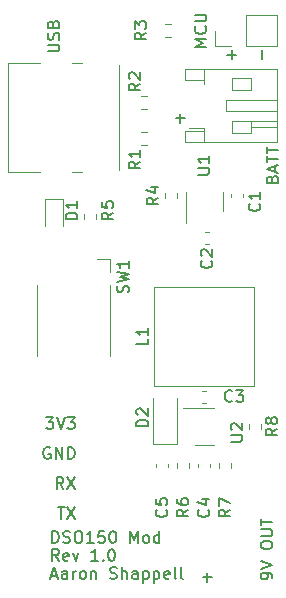
<source format=gbr>
%TF.GenerationSoftware,KiCad,Pcbnew,(6.0.7)*%
%TF.CreationDate,2022-10-01T16:55:56-07:00*%
%TF.ProjectId,dso150_mod,64736f31-3530-45f6-9d6f-642e6b696361,1.0*%
%TF.SameCoordinates,Original*%
%TF.FileFunction,Legend,Top*%
%TF.FilePolarity,Positive*%
%FSLAX46Y46*%
G04 Gerber Fmt 4.6, Leading zero omitted, Abs format (unit mm)*
G04 Created by KiCad (PCBNEW (6.0.7)) date 2022-10-01 16:55:56*
%MOMM*%
%LPD*%
G01*
G04 APERTURE LIST*
%ADD10C,0.150000*%
%ADD11C,0.120000*%
%ADD12C,0.100000*%
G04 APERTURE END LIST*
D10*
X158932571Y-88241047D02*
X158980190Y-88098190D01*
X159027809Y-88050571D01*
X159123047Y-88002952D01*
X159265904Y-88002952D01*
X159361142Y-88050571D01*
X159408761Y-88098190D01*
X159456380Y-88193428D01*
X159456380Y-88574380D01*
X158456380Y-88574380D01*
X158456380Y-88241047D01*
X158504000Y-88145809D01*
X158551619Y-88098190D01*
X158646857Y-88050571D01*
X158742095Y-88050571D01*
X158837333Y-88098190D01*
X158884952Y-88145809D01*
X158932571Y-88241047D01*
X158932571Y-88574380D01*
X159170666Y-87622000D02*
X159170666Y-87145809D01*
X159456380Y-87717238D02*
X158456380Y-87383904D01*
X159456380Y-87050571D01*
X158456380Y-86860095D02*
X158456380Y-86288666D01*
X159456380Y-86574380D02*
X158456380Y-86574380D01*
X158456380Y-86098190D02*
X158456380Y-85526761D01*
X159456380Y-85812476D02*
X158456380Y-85812476D01*
X141253642Y-114498380D02*
X140920309Y-114022190D01*
X140682214Y-114498380D02*
X140682214Y-113498380D01*
X141063166Y-113498380D01*
X141158404Y-113546000D01*
X141206023Y-113593619D01*
X141253642Y-113688857D01*
X141253642Y-113831714D01*
X141206023Y-113926952D01*
X141158404Y-113974571D01*
X141063166Y-114022190D01*
X140682214Y-114022190D01*
X141586976Y-113498380D02*
X142253642Y-114498380D01*
X142253642Y-113498380D02*
X141586976Y-114498380D01*
X139914380Y-77461904D02*
X140723904Y-77461904D01*
X140819142Y-77414285D01*
X140866761Y-77366666D01*
X140914380Y-77271428D01*
X140914380Y-77080952D01*
X140866761Y-76985714D01*
X140819142Y-76938095D01*
X140723904Y-76890476D01*
X139914380Y-76890476D01*
X140866761Y-76461904D02*
X140914380Y-76319047D01*
X140914380Y-76080952D01*
X140866761Y-75985714D01*
X140819142Y-75938095D01*
X140723904Y-75890476D01*
X140628666Y-75890476D01*
X140533428Y-75938095D01*
X140485809Y-75985714D01*
X140438190Y-76080952D01*
X140390571Y-76271428D01*
X140342952Y-76366666D01*
X140295333Y-76414285D01*
X140200095Y-76461904D01*
X140104857Y-76461904D01*
X140009619Y-76414285D01*
X139962000Y-76366666D01*
X139914380Y-76271428D01*
X139914380Y-76033333D01*
X139962000Y-75890476D01*
X140390571Y-75128571D02*
X140438190Y-74985714D01*
X140485809Y-74938095D01*
X140581047Y-74890476D01*
X140723904Y-74890476D01*
X140819142Y-74938095D01*
X140866761Y-74985714D01*
X140914380Y-75080952D01*
X140914380Y-75461904D01*
X139914380Y-75461904D01*
X139914380Y-75128571D01*
X139962000Y-75033333D01*
X140009619Y-74985714D01*
X140104857Y-74938095D01*
X140200095Y-74938095D01*
X140295333Y-74985714D01*
X140342952Y-75033333D01*
X140390571Y-75128571D01*
X140390571Y-75461904D01*
X158059428Y-78104952D02*
X158059428Y-77343047D01*
X140241976Y-121832666D02*
X140718166Y-121832666D01*
X140146738Y-122118380D02*
X140480071Y-121118380D01*
X140813404Y-122118380D01*
X141575309Y-122118380D02*
X141575309Y-121594571D01*
X141527690Y-121499333D01*
X141432452Y-121451714D01*
X141241976Y-121451714D01*
X141146738Y-121499333D01*
X141575309Y-122070761D02*
X141480071Y-122118380D01*
X141241976Y-122118380D01*
X141146738Y-122070761D01*
X141099119Y-121975523D01*
X141099119Y-121880285D01*
X141146738Y-121785047D01*
X141241976Y-121737428D01*
X141480071Y-121737428D01*
X141575309Y-121689809D01*
X142051500Y-122118380D02*
X142051500Y-121451714D01*
X142051500Y-121642190D02*
X142099119Y-121546952D01*
X142146738Y-121499333D01*
X142241976Y-121451714D01*
X142337214Y-121451714D01*
X142813404Y-122118380D02*
X142718166Y-122070761D01*
X142670547Y-122023142D01*
X142622928Y-121927904D01*
X142622928Y-121642190D01*
X142670547Y-121546952D01*
X142718166Y-121499333D01*
X142813404Y-121451714D01*
X142956261Y-121451714D01*
X143051500Y-121499333D01*
X143099119Y-121546952D01*
X143146738Y-121642190D01*
X143146738Y-121927904D01*
X143099119Y-122023142D01*
X143051500Y-122070761D01*
X142956261Y-122118380D01*
X142813404Y-122118380D01*
X143575309Y-121451714D02*
X143575309Y-122118380D01*
X143575309Y-121546952D02*
X143622928Y-121499333D01*
X143718166Y-121451714D01*
X143861023Y-121451714D01*
X143956261Y-121499333D01*
X144003880Y-121594571D01*
X144003880Y-122118380D01*
X145194357Y-122070761D02*
X145337214Y-122118380D01*
X145575309Y-122118380D01*
X145670547Y-122070761D01*
X145718166Y-122023142D01*
X145765785Y-121927904D01*
X145765785Y-121832666D01*
X145718166Y-121737428D01*
X145670547Y-121689809D01*
X145575309Y-121642190D01*
X145384833Y-121594571D01*
X145289595Y-121546952D01*
X145241976Y-121499333D01*
X145194357Y-121404095D01*
X145194357Y-121308857D01*
X145241976Y-121213619D01*
X145289595Y-121166000D01*
X145384833Y-121118380D01*
X145622928Y-121118380D01*
X145765785Y-121166000D01*
X146194357Y-122118380D02*
X146194357Y-121118380D01*
X146622928Y-122118380D02*
X146622928Y-121594571D01*
X146575309Y-121499333D01*
X146480071Y-121451714D01*
X146337214Y-121451714D01*
X146241976Y-121499333D01*
X146194357Y-121546952D01*
X147527690Y-122118380D02*
X147527690Y-121594571D01*
X147480071Y-121499333D01*
X147384833Y-121451714D01*
X147194357Y-121451714D01*
X147099119Y-121499333D01*
X147527690Y-122070761D02*
X147432452Y-122118380D01*
X147194357Y-122118380D01*
X147099119Y-122070761D01*
X147051500Y-121975523D01*
X147051500Y-121880285D01*
X147099119Y-121785047D01*
X147194357Y-121737428D01*
X147432452Y-121737428D01*
X147527690Y-121689809D01*
X148003880Y-121451714D02*
X148003880Y-122451714D01*
X148003880Y-121499333D02*
X148099119Y-121451714D01*
X148289595Y-121451714D01*
X148384833Y-121499333D01*
X148432452Y-121546952D01*
X148480071Y-121642190D01*
X148480071Y-121927904D01*
X148432452Y-122023142D01*
X148384833Y-122070761D01*
X148289595Y-122118380D01*
X148099119Y-122118380D01*
X148003880Y-122070761D01*
X148908642Y-121451714D02*
X148908642Y-122451714D01*
X148908642Y-121499333D02*
X149003880Y-121451714D01*
X149194357Y-121451714D01*
X149289595Y-121499333D01*
X149337214Y-121546952D01*
X149384833Y-121642190D01*
X149384833Y-121927904D01*
X149337214Y-122023142D01*
X149289595Y-122070761D01*
X149194357Y-122118380D01*
X149003880Y-122118380D01*
X148908642Y-122070761D01*
X150194357Y-122070761D02*
X150099119Y-122118380D01*
X149908642Y-122118380D01*
X149813404Y-122070761D01*
X149765785Y-121975523D01*
X149765785Y-121594571D01*
X149813404Y-121499333D01*
X149908642Y-121451714D01*
X150099119Y-121451714D01*
X150194357Y-121499333D01*
X150241976Y-121594571D01*
X150241976Y-121689809D01*
X149765785Y-121785047D01*
X150813404Y-122118380D02*
X150718166Y-122070761D01*
X150670547Y-121975523D01*
X150670547Y-121118380D01*
X151337214Y-122118380D02*
X151241976Y-122070761D01*
X151194357Y-121975523D01*
X151194357Y-121118380D01*
X158948380Y-122062571D02*
X158948380Y-121872095D01*
X158900761Y-121776857D01*
X158853142Y-121729238D01*
X158710285Y-121634000D01*
X158519809Y-121586380D01*
X158138857Y-121586380D01*
X158043619Y-121634000D01*
X157996000Y-121681619D01*
X157948380Y-121776857D01*
X157948380Y-121967333D01*
X157996000Y-122062571D01*
X158043619Y-122110190D01*
X158138857Y-122157809D01*
X158376952Y-122157809D01*
X158472190Y-122110190D01*
X158519809Y-122062571D01*
X158567428Y-121967333D01*
X158567428Y-121776857D01*
X158519809Y-121681619D01*
X158472190Y-121634000D01*
X158376952Y-121586380D01*
X157948380Y-121300666D02*
X158948380Y-120967333D01*
X157948380Y-120634000D01*
X157948380Y-119348285D02*
X157948380Y-119157809D01*
X157996000Y-119062571D01*
X158091238Y-118967333D01*
X158281714Y-118919714D01*
X158615047Y-118919714D01*
X158805523Y-118967333D01*
X158900761Y-119062571D01*
X158948380Y-119157809D01*
X158948380Y-119348285D01*
X158900761Y-119443523D01*
X158805523Y-119538761D01*
X158615047Y-119586380D01*
X158281714Y-119586380D01*
X158091238Y-119538761D01*
X157996000Y-119443523D01*
X157948380Y-119348285D01*
X157948380Y-118491142D02*
X158757904Y-118491142D01*
X158853142Y-118443523D01*
X158900761Y-118395904D01*
X158948380Y-118300666D01*
X158948380Y-118110190D01*
X158900761Y-118014952D01*
X158853142Y-117967333D01*
X158757904Y-117919714D01*
X157948380Y-117919714D01*
X157948380Y-117586380D02*
X157948380Y-117014952D01*
X158948380Y-117300666D02*
X157948380Y-117300666D01*
X140777452Y-116038380D02*
X141348880Y-116038380D01*
X141063166Y-117038380D02*
X141063166Y-116038380D01*
X141586976Y-116038380D02*
X142253642Y-117038380D01*
X142253642Y-116038380D02*
X141586976Y-117038380D01*
X153360380Y-77049142D02*
X152360380Y-77049142D01*
X153074666Y-76715809D01*
X152360380Y-76382476D01*
X153360380Y-76382476D01*
X153265142Y-75334857D02*
X153312761Y-75382476D01*
X153360380Y-75525333D01*
X153360380Y-75620571D01*
X153312761Y-75763428D01*
X153217523Y-75858666D01*
X153122285Y-75906285D01*
X152931809Y-75953904D01*
X152788952Y-75953904D01*
X152598476Y-75906285D01*
X152503238Y-75858666D01*
X152408000Y-75763428D01*
X152360380Y-75620571D01*
X152360380Y-75525333D01*
X152408000Y-75382476D01*
X152455619Y-75334857D01*
X152360380Y-74906285D02*
X153169904Y-74906285D01*
X153265142Y-74858666D01*
X153312761Y-74811047D01*
X153360380Y-74715809D01*
X153360380Y-74525333D01*
X153312761Y-74430095D01*
X153265142Y-74382476D01*
X153169904Y-74334857D01*
X152360380Y-74334857D01*
X140861023Y-120594380D02*
X140527690Y-120118190D01*
X140289595Y-120594380D02*
X140289595Y-119594380D01*
X140670547Y-119594380D01*
X140765785Y-119642000D01*
X140813404Y-119689619D01*
X140861023Y-119784857D01*
X140861023Y-119927714D01*
X140813404Y-120022952D01*
X140765785Y-120070571D01*
X140670547Y-120118190D01*
X140289595Y-120118190D01*
X141670547Y-120546761D02*
X141575309Y-120594380D01*
X141384833Y-120594380D01*
X141289595Y-120546761D01*
X141241976Y-120451523D01*
X141241976Y-120070571D01*
X141289595Y-119975333D01*
X141384833Y-119927714D01*
X141575309Y-119927714D01*
X141670547Y-119975333D01*
X141718166Y-120070571D01*
X141718166Y-120165809D01*
X141241976Y-120261047D01*
X142051500Y-119927714D02*
X142289595Y-120594380D01*
X142527690Y-119927714D01*
X144194357Y-120594380D02*
X143622928Y-120594380D01*
X143908642Y-120594380D02*
X143908642Y-119594380D01*
X143813404Y-119737238D01*
X143718166Y-119832476D01*
X143622928Y-119880095D01*
X144622928Y-120499142D02*
X144670547Y-120546761D01*
X144622928Y-120594380D01*
X144575309Y-120546761D01*
X144622928Y-120499142D01*
X144622928Y-120594380D01*
X145289595Y-119594380D02*
X145384833Y-119594380D01*
X145480071Y-119642000D01*
X145527690Y-119689619D01*
X145575309Y-119784857D01*
X145622928Y-119975333D01*
X145622928Y-120213428D01*
X145575309Y-120403904D01*
X145527690Y-120499142D01*
X145480071Y-120546761D01*
X145384833Y-120594380D01*
X145289595Y-120594380D01*
X145194357Y-120546761D01*
X145146738Y-120499142D01*
X145099119Y-120403904D01*
X145051500Y-120213428D01*
X145051500Y-119975333D01*
X145099119Y-119784857D01*
X145146738Y-119689619D01*
X145194357Y-119642000D01*
X145289595Y-119594380D01*
X153035047Y-121991428D02*
X153796952Y-121991428D01*
X153416000Y-122372380D02*
X153416000Y-121610476D01*
X140110785Y-111006000D02*
X140015547Y-110958380D01*
X139872690Y-110958380D01*
X139729833Y-111006000D01*
X139634595Y-111101238D01*
X139586976Y-111196476D01*
X139539357Y-111386952D01*
X139539357Y-111529809D01*
X139586976Y-111720285D01*
X139634595Y-111815523D01*
X139729833Y-111910761D01*
X139872690Y-111958380D01*
X139967928Y-111958380D01*
X140110785Y-111910761D01*
X140158404Y-111863142D01*
X140158404Y-111529809D01*
X139967928Y-111529809D01*
X140586976Y-111958380D02*
X140586976Y-110958380D01*
X141158404Y-111958380D01*
X141158404Y-110958380D01*
X141634595Y-111958380D02*
X141634595Y-110958380D01*
X141872690Y-110958380D01*
X142015547Y-111006000D01*
X142110785Y-111101238D01*
X142158404Y-111196476D01*
X142206023Y-111386952D01*
X142206023Y-111529809D01*
X142158404Y-111720285D01*
X142110785Y-111815523D01*
X142015547Y-111910761D01*
X141872690Y-111958380D01*
X141634595Y-111958380D01*
X139777452Y-108418380D02*
X140396500Y-108418380D01*
X140063166Y-108799333D01*
X140206023Y-108799333D01*
X140301261Y-108846952D01*
X140348880Y-108894571D01*
X140396500Y-108989809D01*
X140396500Y-109227904D01*
X140348880Y-109323142D01*
X140301261Y-109370761D01*
X140206023Y-109418380D01*
X139920309Y-109418380D01*
X139825071Y-109370761D01*
X139777452Y-109323142D01*
X140682214Y-108418380D02*
X141015547Y-109418380D01*
X141348880Y-108418380D01*
X141586976Y-108418380D02*
X142206023Y-108418380D01*
X141872690Y-108799333D01*
X142015547Y-108799333D01*
X142110785Y-108846952D01*
X142158404Y-108894571D01*
X142206023Y-108989809D01*
X142206023Y-109227904D01*
X142158404Y-109323142D01*
X142110785Y-109370761D01*
X142015547Y-109418380D01*
X141729833Y-109418380D01*
X141634595Y-109370761D01*
X141586976Y-109323142D01*
X150749047Y-83129428D02*
X151510952Y-83129428D01*
X151130000Y-83510380D02*
X151130000Y-82748476D01*
X140289595Y-119070380D02*
X140289595Y-118070380D01*
X140527690Y-118070380D01*
X140670547Y-118118000D01*
X140765785Y-118213238D01*
X140813404Y-118308476D01*
X140861023Y-118498952D01*
X140861023Y-118641809D01*
X140813404Y-118832285D01*
X140765785Y-118927523D01*
X140670547Y-119022761D01*
X140527690Y-119070380D01*
X140289595Y-119070380D01*
X141241976Y-119022761D02*
X141384833Y-119070380D01*
X141622928Y-119070380D01*
X141718166Y-119022761D01*
X141765785Y-118975142D01*
X141813404Y-118879904D01*
X141813404Y-118784666D01*
X141765785Y-118689428D01*
X141718166Y-118641809D01*
X141622928Y-118594190D01*
X141432452Y-118546571D01*
X141337214Y-118498952D01*
X141289595Y-118451333D01*
X141241976Y-118356095D01*
X141241976Y-118260857D01*
X141289595Y-118165619D01*
X141337214Y-118118000D01*
X141432452Y-118070380D01*
X141670547Y-118070380D01*
X141813404Y-118118000D01*
X142432452Y-118070380D02*
X142622928Y-118070380D01*
X142718166Y-118118000D01*
X142813404Y-118213238D01*
X142861023Y-118403714D01*
X142861023Y-118737047D01*
X142813404Y-118927523D01*
X142718166Y-119022761D01*
X142622928Y-119070380D01*
X142432452Y-119070380D01*
X142337214Y-119022761D01*
X142241976Y-118927523D01*
X142194357Y-118737047D01*
X142194357Y-118403714D01*
X142241976Y-118213238D01*
X142337214Y-118118000D01*
X142432452Y-118070380D01*
X143813404Y-119070380D02*
X143241976Y-119070380D01*
X143527690Y-119070380D02*
X143527690Y-118070380D01*
X143432452Y-118213238D01*
X143337214Y-118308476D01*
X143241976Y-118356095D01*
X144718166Y-118070380D02*
X144241976Y-118070380D01*
X144194357Y-118546571D01*
X144241976Y-118498952D01*
X144337214Y-118451333D01*
X144575309Y-118451333D01*
X144670547Y-118498952D01*
X144718166Y-118546571D01*
X144765785Y-118641809D01*
X144765785Y-118879904D01*
X144718166Y-118975142D01*
X144670547Y-119022761D01*
X144575309Y-119070380D01*
X144337214Y-119070380D01*
X144241976Y-119022761D01*
X144194357Y-118975142D01*
X145384833Y-118070380D02*
X145480071Y-118070380D01*
X145575309Y-118118000D01*
X145622928Y-118165619D01*
X145670547Y-118260857D01*
X145718166Y-118451333D01*
X145718166Y-118689428D01*
X145670547Y-118879904D01*
X145622928Y-118975142D01*
X145575309Y-119022761D01*
X145480071Y-119070380D01*
X145384833Y-119070380D01*
X145289595Y-119022761D01*
X145241976Y-118975142D01*
X145194357Y-118879904D01*
X145146738Y-118689428D01*
X145146738Y-118451333D01*
X145194357Y-118260857D01*
X145241976Y-118165619D01*
X145289595Y-118118000D01*
X145384833Y-118070380D01*
X146908642Y-119070380D02*
X146908642Y-118070380D01*
X147241976Y-118784666D01*
X147575309Y-118070380D01*
X147575309Y-119070380D01*
X148194357Y-119070380D02*
X148099119Y-119022761D01*
X148051500Y-118975142D01*
X148003880Y-118879904D01*
X148003880Y-118594190D01*
X148051500Y-118498952D01*
X148099119Y-118451333D01*
X148194357Y-118403714D01*
X148337214Y-118403714D01*
X148432452Y-118451333D01*
X148480071Y-118498952D01*
X148527690Y-118594190D01*
X148527690Y-118879904D01*
X148480071Y-118975142D01*
X148432452Y-119022761D01*
X148337214Y-119070380D01*
X148194357Y-119070380D01*
X149384833Y-119070380D02*
X149384833Y-118070380D01*
X149384833Y-119022761D02*
X149289595Y-119070380D01*
X149099119Y-119070380D01*
X149003880Y-119022761D01*
X148956261Y-118975142D01*
X148908642Y-118879904D01*
X148908642Y-118594190D01*
X148956261Y-118498952D01*
X149003880Y-118451333D01*
X149099119Y-118403714D01*
X149289595Y-118403714D01*
X149384833Y-118451333D01*
X155519428Y-78104952D02*
X155519428Y-77343047D01*
X155900380Y-77724000D02*
X155138476Y-77724000D01*
%TO.C,C2*%
X153773142Y-95162666D02*
X153820761Y-95210285D01*
X153868380Y-95353142D01*
X153868380Y-95448380D01*
X153820761Y-95591238D01*
X153725523Y-95686476D01*
X153630285Y-95734095D01*
X153439809Y-95781714D01*
X153296952Y-95781714D01*
X153106476Y-95734095D01*
X153011238Y-95686476D01*
X152916000Y-95591238D01*
X152868380Y-95448380D01*
X152868380Y-95353142D01*
X152916000Y-95210285D01*
X152963619Y-95162666D01*
X152963619Y-94781714D02*
X152916000Y-94734095D01*
X152868380Y-94638857D01*
X152868380Y-94400761D01*
X152916000Y-94305523D01*
X152963619Y-94257904D01*
X153058857Y-94210285D01*
X153154095Y-94210285D01*
X153296952Y-94257904D01*
X153868380Y-94829333D01*
X153868380Y-94210285D01*
%TO.C,R4*%
X149296380Y-89828666D02*
X148820190Y-90162000D01*
X149296380Y-90400095D02*
X148296380Y-90400095D01*
X148296380Y-90019142D01*
X148344000Y-89923904D01*
X148391619Y-89876285D01*
X148486857Y-89828666D01*
X148629714Y-89828666D01*
X148724952Y-89876285D01*
X148772571Y-89923904D01*
X148820190Y-90019142D01*
X148820190Y-90400095D01*
X148629714Y-88971523D02*
X149296380Y-88971523D01*
X148248761Y-89209619D02*
X148963047Y-89447714D01*
X148963047Y-88828666D01*
%TO.C,C4*%
X153519142Y-116244666D02*
X153566761Y-116292285D01*
X153614380Y-116435142D01*
X153614380Y-116530380D01*
X153566761Y-116673238D01*
X153471523Y-116768476D01*
X153376285Y-116816095D01*
X153185809Y-116863714D01*
X153042952Y-116863714D01*
X152852476Y-116816095D01*
X152757238Y-116768476D01*
X152662000Y-116673238D01*
X152614380Y-116530380D01*
X152614380Y-116435142D01*
X152662000Y-116292285D01*
X152709619Y-116244666D01*
X152947714Y-115387523D02*
X153614380Y-115387523D01*
X152566761Y-115625619D02*
X153281047Y-115863714D01*
X153281047Y-115244666D01*
%TO.C,R3*%
X148280380Y-75858666D02*
X147804190Y-76192000D01*
X148280380Y-76430095D02*
X147280380Y-76430095D01*
X147280380Y-76049142D01*
X147328000Y-75953904D01*
X147375619Y-75906285D01*
X147470857Y-75858666D01*
X147613714Y-75858666D01*
X147708952Y-75906285D01*
X147756571Y-75953904D01*
X147804190Y-76049142D01*
X147804190Y-76430095D01*
X147280380Y-75525333D02*
X147280380Y-74906285D01*
X147661333Y-75239619D01*
X147661333Y-75096761D01*
X147708952Y-75001523D01*
X147756571Y-74953904D01*
X147851809Y-74906285D01*
X148089904Y-74906285D01*
X148185142Y-74953904D01*
X148232761Y-75001523D01*
X148280380Y-75096761D01*
X148280380Y-75382476D01*
X148232761Y-75477714D01*
X148185142Y-75525333D01*
%TO.C,C3*%
X155535333Y-107037142D02*
X155487714Y-107084761D01*
X155344857Y-107132380D01*
X155249619Y-107132380D01*
X155106761Y-107084761D01*
X155011523Y-106989523D01*
X154963904Y-106894285D01*
X154916285Y-106703809D01*
X154916285Y-106560952D01*
X154963904Y-106370476D01*
X155011523Y-106275238D01*
X155106761Y-106180000D01*
X155249619Y-106132380D01*
X155344857Y-106132380D01*
X155487714Y-106180000D01*
X155535333Y-106227619D01*
X155868666Y-106132380D02*
X156487714Y-106132380D01*
X156154380Y-106513333D01*
X156297238Y-106513333D01*
X156392476Y-106560952D01*
X156440095Y-106608571D01*
X156487714Y-106703809D01*
X156487714Y-106941904D01*
X156440095Y-107037142D01*
X156392476Y-107084761D01*
X156297238Y-107132380D01*
X156011523Y-107132380D01*
X155916285Y-107084761D01*
X155868666Y-107037142D01*
%TO.C,C5*%
X149963142Y-116244666D02*
X150010761Y-116292285D01*
X150058380Y-116435142D01*
X150058380Y-116530380D01*
X150010761Y-116673238D01*
X149915523Y-116768476D01*
X149820285Y-116816095D01*
X149629809Y-116863714D01*
X149486952Y-116863714D01*
X149296476Y-116816095D01*
X149201238Y-116768476D01*
X149106000Y-116673238D01*
X149058380Y-116530380D01*
X149058380Y-116435142D01*
X149106000Y-116292285D01*
X149153619Y-116244666D01*
X149058380Y-115339904D02*
X149058380Y-115816095D01*
X149534571Y-115863714D01*
X149486952Y-115816095D01*
X149439333Y-115720857D01*
X149439333Y-115482761D01*
X149486952Y-115387523D01*
X149534571Y-115339904D01*
X149629809Y-115292285D01*
X149867904Y-115292285D01*
X149963142Y-115339904D01*
X150010761Y-115387523D01*
X150058380Y-115482761D01*
X150058380Y-115720857D01*
X150010761Y-115816095D01*
X149963142Y-115863714D01*
%TO.C,L1*%
X148432380Y-101766666D02*
X148432380Y-102242857D01*
X147432380Y-102242857D01*
X148432380Y-100909523D02*
X148432380Y-101480952D01*
X148432380Y-101195238D02*
X147432380Y-101195238D01*
X147575238Y-101290476D01*
X147670476Y-101385714D01*
X147718095Y-101480952D01*
%TO.C,D1*%
X142438380Y-91670095D02*
X141438380Y-91670095D01*
X141438380Y-91432000D01*
X141486000Y-91289142D01*
X141581238Y-91193904D01*
X141676476Y-91146285D01*
X141866952Y-91098666D01*
X142009809Y-91098666D01*
X142200285Y-91146285D01*
X142295523Y-91193904D01*
X142390761Y-91289142D01*
X142438380Y-91432000D01*
X142438380Y-91670095D01*
X142438380Y-90146285D02*
X142438380Y-90717714D01*
X142438380Y-90432000D02*
X141438380Y-90432000D01*
X141581238Y-90527238D01*
X141676476Y-90622476D01*
X141724095Y-90717714D01*
%TO.C,R2*%
X147772380Y-80176666D02*
X147296190Y-80510000D01*
X147772380Y-80748095D02*
X146772380Y-80748095D01*
X146772380Y-80367142D01*
X146820000Y-80271904D01*
X146867619Y-80224285D01*
X146962857Y-80176666D01*
X147105714Y-80176666D01*
X147200952Y-80224285D01*
X147248571Y-80271904D01*
X147296190Y-80367142D01*
X147296190Y-80748095D01*
X146867619Y-79795714D02*
X146820000Y-79748095D01*
X146772380Y-79652857D01*
X146772380Y-79414761D01*
X146820000Y-79319523D01*
X146867619Y-79271904D01*
X146962857Y-79224285D01*
X147058095Y-79224285D01*
X147200952Y-79271904D01*
X147772380Y-79843333D01*
X147772380Y-79224285D01*
%TO.C,C1*%
X157837142Y-90336666D02*
X157884761Y-90384285D01*
X157932380Y-90527142D01*
X157932380Y-90622380D01*
X157884761Y-90765238D01*
X157789523Y-90860476D01*
X157694285Y-90908095D01*
X157503809Y-90955714D01*
X157360952Y-90955714D01*
X157170476Y-90908095D01*
X157075238Y-90860476D01*
X156980000Y-90765238D01*
X156932380Y-90622380D01*
X156932380Y-90527142D01*
X156980000Y-90384285D01*
X157027619Y-90336666D01*
X157932380Y-89384285D02*
X157932380Y-89955714D01*
X157932380Y-89670000D02*
X156932380Y-89670000D01*
X157075238Y-89765238D01*
X157170476Y-89860476D01*
X157218095Y-89955714D01*
%TO.C,SW1*%
X146737761Y-97853333D02*
X146785380Y-97710476D01*
X146785380Y-97472380D01*
X146737761Y-97377142D01*
X146690142Y-97329523D01*
X146594904Y-97281904D01*
X146499666Y-97281904D01*
X146404428Y-97329523D01*
X146356809Y-97377142D01*
X146309190Y-97472380D01*
X146261571Y-97662857D01*
X146213952Y-97758095D01*
X146166333Y-97805714D01*
X146071095Y-97853333D01*
X145975857Y-97853333D01*
X145880619Y-97805714D01*
X145833000Y-97758095D01*
X145785380Y-97662857D01*
X145785380Y-97424761D01*
X145833000Y-97281904D01*
X145785380Y-96948571D02*
X146785380Y-96710476D01*
X146071095Y-96520000D01*
X146785380Y-96329523D01*
X145785380Y-96091428D01*
X146785380Y-95186666D02*
X146785380Y-95758095D01*
X146785380Y-95472380D02*
X145785380Y-95472380D01*
X145928238Y-95567619D01*
X146023476Y-95662857D01*
X146071095Y-95758095D01*
%TO.C,R1*%
X147772380Y-86780666D02*
X147296190Y-87114000D01*
X147772380Y-87352095D02*
X146772380Y-87352095D01*
X146772380Y-86971142D01*
X146820000Y-86875904D01*
X146867619Y-86828285D01*
X146962857Y-86780666D01*
X147105714Y-86780666D01*
X147200952Y-86828285D01*
X147248571Y-86875904D01*
X147296190Y-86971142D01*
X147296190Y-87352095D01*
X147772380Y-85828285D02*
X147772380Y-86399714D01*
X147772380Y-86114000D02*
X146772380Y-86114000D01*
X146915238Y-86209238D01*
X147010476Y-86304476D01*
X147058095Y-86399714D01*
%TO.C,R5*%
X145486380Y-91098666D02*
X145010190Y-91432000D01*
X145486380Y-91670095D02*
X144486380Y-91670095D01*
X144486380Y-91289142D01*
X144534000Y-91193904D01*
X144581619Y-91146285D01*
X144676857Y-91098666D01*
X144819714Y-91098666D01*
X144914952Y-91146285D01*
X144962571Y-91193904D01*
X145010190Y-91289142D01*
X145010190Y-91670095D01*
X144486380Y-90193904D02*
X144486380Y-90670095D01*
X144962571Y-90717714D01*
X144914952Y-90670095D01*
X144867333Y-90574857D01*
X144867333Y-90336761D01*
X144914952Y-90241523D01*
X144962571Y-90193904D01*
X145057809Y-90146285D01*
X145295904Y-90146285D01*
X145391142Y-90193904D01*
X145438761Y-90241523D01*
X145486380Y-90336761D01*
X145486380Y-90574857D01*
X145438761Y-90670095D01*
X145391142Y-90717714D01*
%TO.C,U1*%
X152614380Y-87883904D02*
X153423904Y-87883904D01*
X153519142Y-87836285D01*
X153566761Y-87788666D01*
X153614380Y-87693428D01*
X153614380Y-87502952D01*
X153566761Y-87407714D01*
X153519142Y-87360095D01*
X153423904Y-87312476D01*
X152614380Y-87312476D01*
X153614380Y-86312476D02*
X153614380Y-86883904D01*
X153614380Y-86598190D02*
X152614380Y-86598190D01*
X152757238Y-86693428D01*
X152852476Y-86788666D01*
X152900095Y-86883904D01*
%TO.C,R6*%
X151836380Y-116244666D02*
X151360190Y-116578000D01*
X151836380Y-116816095D02*
X150836380Y-116816095D01*
X150836380Y-116435142D01*
X150884000Y-116339904D01*
X150931619Y-116292285D01*
X151026857Y-116244666D01*
X151169714Y-116244666D01*
X151264952Y-116292285D01*
X151312571Y-116339904D01*
X151360190Y-116435142D01*
X151360190Y-116816095D01*
X150836380Y-115387523D02*
X150836380Y-115578000D01*
X150884000Y-115673238D01*
X150931619Y-115720857D01*
X151074476Y-115816095D01*
X151264952Y-115863714D01*
X151645904Y-115863714D01*
X151741142Y-115816095D01*
X151788761Y-115768476D01*
X151836380Y-115673238D01*
X151836380Y-115482761D01*
X151788761Y-115387523D01*
X151741142Y-115339904D01*
X151645904Y-115292285D01*
X151407809Y-115292285D01*
X151312571Y-115339904D01*
X151264952Y-115387523D01*
X151217333Y-115482761D01*
X151217333Y-115673238D01*
X151264952Y-115768476D01*
X151312571Y-115816095D01*
X151407809Y-115863714D01*
%TO.C,D2*%
X148432380Y-109196095D02*
X147432380Y-109196095D01*
X147432380Y-108958000D01*
X147480000Y-108815142D01*
X147575238Y-108719904D01*
X147670476Y-108672285D01*
X147860952Y-108624666D01*
X148003809Y-108624666D01*
X148194285Y-108672285D01*
X148289523Y-108719904D01*
X148384761Y-108815142D01*
X148432380Y-108958000D01*
X148432380Y-109196095D01*
X147527619Y-108243714D02*
X147480000Y-108196095D01*
X147432380Y-108100857D01*
X147432380Y-107862761D01*
X147480000Y-107767523D01*
X147527619Y-107719904D01*
X147622857Y-107672285D01*
X147718095Y-107672285D01*
X147860952Y-107719904D01*
X148432380Y-108291333D01*
X148432380Y-107672285D01*
%TO.C,R8*%
X159362380Y-109386666D02*
X158886190Y-109720000D01*
X159362380Y-109958095D02*
X158362380Y-109958095D01*
X158362380Y-109577142D01*
X158410000Y-109481904D01*
X158457619Y-109434285D01*
X158552857Y-109386666D01*
X158695714Y-109386666D01*
X158790952Y-109434285D01*
X158838571Y-109481904D01*
X158886190Y-109577142D01*
X158886190Y-109958095D01*
X158790952Y-108815238D02*
X158743333Y-108910476D01*
X158695714Y-108958095D01*
X158600476Y-109005714D01*
X158552857Y-109005714D01*
X158457619Y-108958095D01*
X158410000Y-108910476D01*
X158362380Y-108815238D01*
X158362380Y-108624761D01*
X158410000Y-108529523D01*
X158457619Y-108481904D01*
X158552857Y-108434285D01*
X158600476Y-108434285D01*
X158695714Y-108481904D01*
X158743333Y-108529523D01*
X158790952Y-108624761D01*
X158790952Y-108815238D01*
X158838571Y-108910476D01*
X158886190Y-108958095D01*
X158981428Y-109005714D01*
X159171904Y-109005714D01*
X159267142Y-108958095D01*
X159314761Y-108910476D01*
X159362380Y-108815238D01*
X159362380Y-108624761D01*
X159314761Y-108529523D01*
X159267142Y-108481904D01*
X159171904Y-108434285D01*
X158981428Y-108434285D01*
X158886190Y-108481904D01*
X158838571Y-108529523D01*
X158790952Y-108624761D01*
%TO.C,R7*%
X155392380Y-116244666D02*
X154916190Y-116578000D01*
X155392380Y-116816095D02*
X154392380Y-116816095D01*
X154392380Y-116435142D01*
X154440000Y-116339904D01*
X154487619Y-116292285D01*
X154582857Y-116244666D01*
X154725714Y-116244666D01*
X154820952Y-116292285D01*
X154868571Y-116339904D01*
X154916190Y-116435142D01*
X154916190Y-116816095D01*
X154392380Y-115911333D02*
X154392380Y-115244666D01*
X155392380Y-115673238D01*
%TO.C,U2*%
X155408380Y-110489904D02*
X156217904Y-110489904D01*
X156313142Y-110442285D01*
X156360761Y-110394666D01*
X156408380Y-110299428D01*
X156408380Y-110108952D01*
X156360761Y-110013714D01*
X156313142Y-109966095D01*
X156217904Y-109918476D01*
X155408380Y-109918476D01*
X155503619Y-109489904D02*
X155456000Y-109442285D01*
X155408380Y-109347047D01*
X155408380Y-109108952D01*
X155456000Y-109013714D01*
X155503619Y-108966095D01*
X155598857Y-108918476D01*
X155694095Y-108918476D01*
X155836952Y-108966095D01*
X156408380Y-109537523D01*
X156408380Y-108918476D01*
D11*
%TO.C,J2*%
X155443000Y-77022000D02*
X154113000Y-77022000D01*
X159313000Y-77022000D02*
X159313000Y-74362000D01*
X154113000Y-77022000D02*
X154113000Y-75692000D01*
X156713000Y-77022000D02*
X156713000Y-74362000D01*
X156713000Y-74362000D02*
X159313000Y-74362000D01*
X156713000Y-77022000D02*
X159313000Y-77022000D01*
%TO.C,J3*%
X159358000Y-78982000D02*
X151538000Y-78982000D01*
X155498000Y-79742000D02*
X157098000Y-79742000D01*
X154998000Y-81542000D02*
X159358000Y-81542000D01*
X157098000Y-80742000D02*
X155498000Y-80742000D01*
X157098000Y-83842000D02*
X159358000Y-83842000D01*
X153138000Y-83902000D02*
X153138000Y-84182000D01*
X151538000Y-85102000D02*
X159358000Y-85102000D01*
X153138000Y-78982000D02*
X153138000Y-79902000D01*
X153138000Y-79902000D02*
X153138000Y-80182000D01*
X155498000Y-83342000D02*
X155498000Y-84342000D01*
X157098000Y-83342000D02*
X159358000Y-83342000D01*
X151538000Y-78982000D02*
X151538000Y-79902000D01*
X157098000Y-83342000D02*
X155498000Y-83342000D01*
X153138000Y-85102000D02*
X153138000Y-84182000D01*
X153138000Y-83902000D02*
X151923000Y-83902000D01*
X157098000Y-79742000D02*
X157098000Y-80742000D01*
X155498000Y-80742000D02*
X155498000Y-79742000D01*
X157098000Y-84342000D02*
X157098000Y-83342000D01*
X151538000Y-84182000D02*
X151538000Y-85102000D01*
X153138000Y-84182000D02*
X151538000Y-84182000D01*
X155498000Y-84342000D02*
X157098000Y-84342000D01*
X159358000Y-85102000D02*
X159358000Y-78982000D01*
X151538000Y-79902000D02*
X153138000Y-79902000D01*
X154998000Y-82542000D02*
X154998000Y-81542000D01*
X159358000Y-82542000D02*
X154998000Y-82542000D01*
%TO.C,C2*%
X153556580Y-92708000D02*
X153275420Y-92708000D01*
X153556580Y-93728000D02*
X153275420Y-93728000D01*
%TO.C,R4*%
X149845500Y-89899258D02*
X149845500Y-89424742D01*
X150890500Y-89899258D02*
X150890500Y-89424742D01*
%TO.C,C4*%
X153672000Y-112662580D02*
X153672000Y-112381420D01*
X152652000Y-112662580D02*
X152652000Y-112381420D01*
%TO.C,R3*%
X149876742Y-76214500D02*
X150351258Y-76214500D01*
X149876742Y-75169500D02*
X150351258Y-75169500D01*
%TO.C,C3*%
X153302580Y-107190000D02*
X153021420Y-107190000D01*
X153302580Y-106170000D02*
X153021420Y-106170000D01*
%TO.C,C5*%
X149096000Y-112662580D02*
X149096000Y-112381420D01*
X150116000Y-112662580D02*
X150116000Y-112381420D01*
D12*
%TO.C,L1*%
X157362000Y-105800000D02*
X148962000Y-105800000D01*
X148962000Y-105800000D02*
X148962000Y-97400000D01*
X148962000Y-97400000D02*
X157362000Y-97400000D01*
X157362000Y-97400000D02*
X157362000Y-105800000D01*
D11*
%TO.C,D1*%
X141197000Y-92240000D02*
X141197000Y-89955000D01*
X139727000Y-89955000D02*
X139727000Y-92240000D01*
X141197000Y-89955000D02*
X139727000Y-89955000D01*
%TO.C,R2*%
X147844742Y-81265500D02*
X148319258Y-81265500D01*
X147844742Y-82310500D02*
X148319258Y-82310500D01*
%TO.C,C1*%
X156466000Y-89521420D02*
X156466000Y-89802580D01*
X155446000Y-89521420D02*
X155446000Y-89802580D01*
%TO.C,SW1*%
X144133000Y-95071000D02*
X145233000Y-95071000D01*
X145233000Y-97221000D02*
X145233000Y-103251000D01*
X139033000Y-103251000D02*
X139033000Y-97221000D01*
X145233000Y-95071000D02*
X145233000Y-96171000D01*
%TO.C,R1*%
X147844742Y-85358500D02*
X148319258Y-85358500D01*
X147844742Y-84313500D02*
X148319258Y-84313500D01*
%TO.C,R5*%
X142987500Y-91677258D02*
X142987500Y-91202742D01*
X144032500Y-91677258D02*
X144032500Y-91202742D01*
%TO.C,J1*%
X142849000Y-78463000D02*
X141949000Y-78463000D01*
X145929000Y-78583000D02*
X145929000Y-87533000D01*
X139249000Y-87653000D02*
X136519000Y-87653000D01*
X136519000Y-78463000D02*
X136519000Y-87653000D01*
X139249000Y-78463000D02*
X136519000Y-78463000D01*
X142849000Y-87653000D02*
X141949000Y-87653000D01*
%TO.C,U1*%
X151602000Y-90170000D02*
X151602000Y-91970000D01*
X154722000Y-90170000D02*
X154722000Y-90970000D01*
X154722000Y-90170000D02*
X154722000Y-89370000D01*
X151602000Y-90170000D02*
X151602000Y-89370000D01*
%TO.C,R6*%
X151906500Y-112759258D02*
X151906500Y-112284742D01*
X150861500Y-112759258D02*
X150861500Y-112284742D01*
%TO.C,D2*%
X148860000Y-110658000D02*
X148860000Y-106808000D01*
X148860000Y-110658000D02*
X150860000Y-110658000D01*
X150860000Y-110658000D02*
X150860000Y-106808000D01*
%TO.C,R8*%
X156957500Y-108982742D02*
X156957500Y-109457258D01*
X158002500Y-108982742D02*
X158002500Y-109457258D01*
%TO.C,R7*%
X154417500Y-112284742D02*
X154417500Y-112759258D01*
X155462500Y-112284742D02*
X155462500Y-112759258D01*
%TO.C,U2*%
X153162000Y-110780000D02*
X153962000Y-110780000D01*
X153162000Y-107660000D02*
X153962000Y-107660000D01*
X153162000Y-107660000D02*
X151362000Y-107660000D01*
X153162000Y-110780000D02*
X152362000Y-110780000D01*
%TD*%
M02*

</source>
